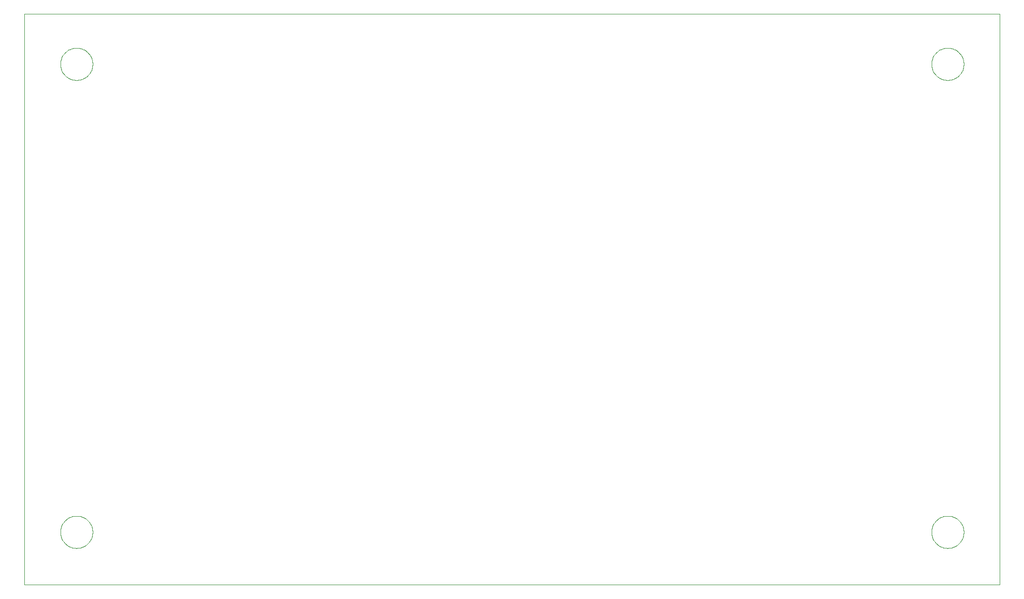
<source format=gm1>
G04 Output by ViewMate Deluxe V11.0.9  PentaLogix LLC*
G04 Fri Jan 30 18:24:21 2015*
%FSTAX26Y26*%
%MOIN*%
%IPPOS*%
%ADD112C,0.0*%

%LPD*%
X0Y0D2*D112*G1X061017Y00364D2*X061019Y003575D1*X061025Y003509*X061035Y003445*X061048Y003381*X061066Y003318*X061087Y003256*X061112Y003196*X061141Y003137*X061173Y00308*X061209Y003025*X061247Y002972*X061289Y002922*X061334Y002874*X061382Y002829*X061432Y002787*X061485Y002749*X06154Y002713*X061597Y002681*X061656Y002652*X061716Y002627*X061778Y002606*X061841Y002588*X061905Y002575*X061969Y002565*X062035Y002559*X0621Y002557*X062165Y002559*X062231Y002565*X062295Y002575*X062359Y002588*X062422Y002606*X062484Y002627*X062544Y002652*X062603Y002681*X06266Y002713*X062715Y002749*X062768Y002787*X062818Y002829*X062866Y002874*X062911Y002922*X062953Y002972*X062991Y003025*X063027Y00308*X063059Y003137*X063088Y003196*X063113Y003256*X063134Y003318*X063152Y003381*X063165Y003445*X063175Y003509*X063181Y003575*X063183Y00364*X063181Y003705*X063175Y003771*X063165Y003835*X063152Y003899*X063134Y003962*X063113Y004024*X063088Y004084*X063059Y004143*X063027Y0042*X062991Y004255*X062953Y004308*X062911Y004358*X062866Y004406*X062818Y004451*X062768Y004493*X062715Y004531*X06266Y004567*X062603Y004599*X062544Y004628*X062484Y004653*X062422Y004674*X062359Y004692*X062295Y004705*X062231Y004715*X062165Y004721*X0621Y004723*X062035Y004721*X061969Y004715*X061905Y004705*X061841Y004692*X061778Y004674*X061716Y004653*X061656Y004628*X061597Y004599*X06154Y004567*X061485Y004531*X061432Y004493*X061382Y004451*X061334Y004406*X061289Y004358*X061247Y004308*X061209Y004255*X061173Y0042*X061141Y004143*X061112Y004084*X061087Y004024*X061066Y003962*X061048Y003899*X061035Y003835*X061025Y003771*X061019Y003705*X061017Y00364*X061017Y0351D2*X061019Y035035D1*X061025Y034969*X061035Y034905*X061048Y034841*X061066Y034778*X061087Y034716*X061112Y034656*X061141Y034597*X061173Y03454*X061209Y034485*X061247Y034432*X061289Y034382*X061334Y034334*X061382Y034289*X061432Y034247*X061485Y034209*X06154Y034173*X061597Y034141*X061656Y034112*X061716Y034087*X061778Y034066*X061841Y034048*X061905Y034035*X061969Y034025*X062035Y034019*X0621Y034017*X062165Y034019*X062231Y034025*X062295Y034035*X062359Y034048*X062422Y034066*X062484Y034087*X062544Y034112*X062603Y034141*X06266Y034173*X062715Y034209*X062768Y034247*X062818Y034289*X062866Y034334*X062911Y034382*X062953Y034432*X062991Y034485*X063027Y03454*X063059Y034597*X063088Y034656*X063113Y034716*X063134Y034778*X063152Y034841*X063165Y034905*X063175Y034969*X063181Y035035*X063183Y0351*X063181Y035165*X063175Y035231*X063165Y035295*X063152Y035359*X063134Y035422*X063113Y035484*X063088Y035544*X063059Y035603*X063027Y03566*X062991Y035715*X062953Y035768*X062911Y035818*X062866Y035866*X062818Y035911*X062768Y035953*X062715Y035991*X06266Y036027*X062603Y036059*X062544Y036088*X062484Y036113*X062422Y036134*X062359Y036152*X062295Y036165*X062231Y036175*X062165Y036181*X0621Y036183*X062035Y036181*X061969Y036175*X061905Y036165*X061841Y036152*X061778Y036134*X061716Y036113*X061656Y036088*X061597Y036059*X06154Y036027*X061485Y035991*X061432Y035953*X061382Y035911*X061334Y035866*X061289Y035818*X061247Y035768*X061209Y035715*X061173Y03566*X061141Y035603*X061112Y035544*X061087Y035484*X061066Y035422*X061048Y035359*X061035Y035295*X061025Y035231*X061019Y035165*X061017Y0351*X002517Y0351D2*X002519Y035035D1*X002525Y034969*X002535Y034905*X002548Y034841*X002566Y034778*X002587Y034716*X002612Y034656*X002641Y034597*X002673Y03454*X002709Y034485*X002747Y034432*X002789Y034382*X002834Y034334*X002882Y034289*X002932Y034247*X002985Y034209*X00304Y034173*X003097Y034141*X003156Y034112*X003216Y034087*X003278Y034066*X003341Y034048*X003405Y034035*X003469Y034025*X003535Y034019*X0036Y034017*X003665Y034019*X003731Y034025*X003795Y034035*X003859Y034048*X003922Y034066*X003984Y034087*X004044Y034112*X004103Y034141*X00416Y034173*X004215Y034209*X004268Y034247*X004318Y034289*X004366Y034334*X004411Y034382*X004453Y034432*X004491Y034485*X004527Y03454*X004559Y034597*X004588Y034656*X004613Y034716*X004634Y034778*X004652Y034841*X004665Y034905*X004675Y034969*X004681Y035035*X004683Y0351*X004681Y035165*X004675Y035231*X004665Y035295*X004652Y035359*X004634Y035422*X004613Y035484*X004588Y035544*X004559Y035603*X004527Y03566*X004491Y035715*X004453Y035768*X004411Y035818*X004366Y035866*X004318Y035911*X004268Y035953*X004215Y035991*X00416Y036027*X004103Y036059*X004044Y036088*X003984Y036113*X003922Y036134*X003859Y036152*X003795Y036165*X003731Y036175*X003665Y036181*X0036Y036183*X003535Y036181*X003469Y036175*X003405Y036165*X003341Y036152*X003278Y036134*X003216Y036113*X003156Y036088*X003097Y036059*X00304Y036027*X002985Y035991*X002932Y035953*X002882Y035911*X002834Y035866*X002789Y035818*X002747Y035768*X002709Y035715*X002673Y03566*X002641Y035603*X002612Y035544*X002587Y035484*X002566Y035422*X002548Y035359*X002535Y035295*X002525Y035231*X002519Y035165*X002517Y0351*X002517Y00364D2*X002519Y003575D1*X002525Y003509*X002535Y003445*X002548Y003381*X002566Y003318*X002587Y003256*X002612Y003196*X002641Y003137*X002673Y00308*X002709Y003025*X002747Y002972*X002789Y002922*X002834Y002874*X002882Y002829*X002932Y002787*X002985Y002749*X00304Y002713*X003097Y002681*X003156Y002652*X003216Y002627*X003278Y002606*X003341Y002588*X003405Y002575*X003469Y002565*X003535Y002559*X0036Y002557*X003665Y002559*X003731Y002565*X003795Y002575*X003859Y002588*X003922Y002606*X003984Y002627*X004044Y002652*X004103Y002681*X00416Y002713*X004215Y002749*X004268Y002787*X004318Y002829*X004366Y002874*X004411Y002922*X004453Y002972*X004491Y003025*X004527Y00308*X004559Y003137*X004588Y003196*X004613Y003256*X004634Y003318*X004652Y003381*X004665Y003445*X004675Y003509*X004681Y003575*X004683Y00364*X004681Y003705*X004675Y003771*X004665Y003835*X004652Y003899*X004634Y003962*X004613Y004024*X004588Y004084*X004559Y004143*X004527Y0042*X004491Y004255*X004453Y004308*X004411Y004358*X004366Y004406*X004318Y004451*X004268Y004493*X004215Y004531*X00416Y004567*X004103Y004599*X004044Y004628*X003984Y004653*X003922Y004674*X003859Y004692*X003795Y004705*X003731Y004715*X003665Y004721*X0036Y004723*X003535Y004721*X003469Y004715*X003405Y004705*X003341Y004692*X003278Y004674*X003216Y004653*X003156Y004628*X003097Y004599*X00304Y004567*X002985Y004531*X002932Y004493*X002882Y004451*X002834Y004406*X002789Y004358*X002747Y004308*X002709Y004255*X002673Y0042*X002641Y004143*X002612Y004084*X002587Y004024*X002566Y003962*X002548Y003899*X002535Y003835*X002525Y003771*X002519Y003705*X002517Y00364*X0001Y0001D2*X065592Y0001D1*X065592Y03847*X0001Y03847*X0001Y0001*X0Y0D2*M02*
</source>
